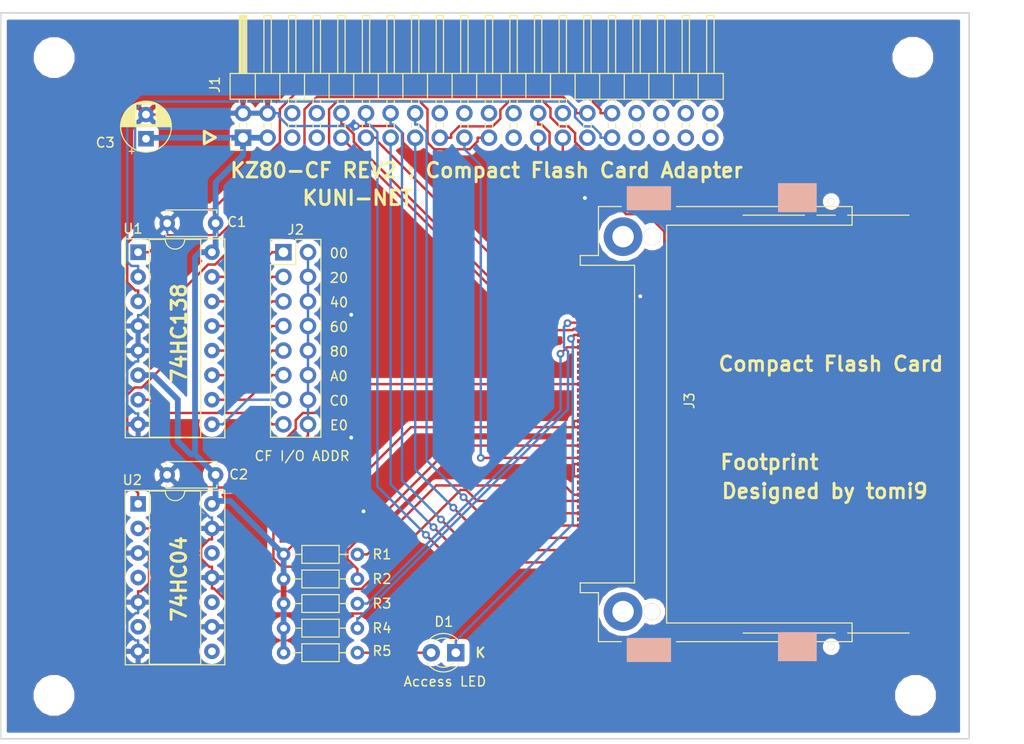
<source format=kicad_pcb>
(kicad_pcb (version 20171130) (host pcbnew "(5.0.0-3-g5ebb6b6)")
  (layers (0 F.Cu signal) (31 B.Cu signal) (34 B.Paste user) (35 F.Paste user) (36 B.SilkS user) (37 F.SilkS user) (38 B.Mask user) (39 F.Mask user) (44 Edge.Cuts user))
  (net 0 "")
  (net 1 VCC)
  (net 2 GND)
  (net 3 /~DASP)
  (net 4 "Net-(D1-Pad2)")
  (net 5 /A1)
  (net 6 /A2)
  (net 7 /D0)
  (net 8 /D1)
  (net 9 /D2)
  (net 10 /D3)
  (net 11 /D4)
  (net 12 /D5)
  (net 13 /D6)
  (net 14 /D7)
  (net 15 ~IORD)
  (net 16 ~IOWR)
  (net 17 /RES)
  (net 18 /A0)
  (net 19 "Net-(J2-Pad1)")
  (net 20 /~CS0)
  (net 21 "Net-(J2-Pad3)")
  (net 22 "Net-(J2-Pad5)")
  (net 23 "Net-(J2-Pad7)")
  (net 24 "Net-(J2-Pad9)")
  (net 25 "Net-(J2-Pad11)")
  (net 26 "Net-(J2-Pad13)")
  (net 27 "Net-(J2-Pad15)")
  (net 28 /D12)
  (net 29 /~CS1)
  (net 30 /~WE)
  (net 31 ~RESET)
  (net 32 /~DMACK)
  (net 33 /~PDIAG)
  (net 34 /A5)
  (net 35 /A6)
  (net 36 /A7)
  (net 37 /~CD1)
  (net 38 /D11)
  (net 39 /D14)
  (net 40 /D15)
  (net 41 /VS1)
  (net 42 /INTRQ)
  (net 43 /VS2)
  (net 44 /IORDY)
  (net 45 /DMREQ)
  (net 46 /D8)
  (net 47 /D9)
  (net 48 /~IOCS16)
  (net 49 /D10)
  (net 50 /~CD2)
  (net 51 /D13)
  (module Connector_PinHeader_2.54mm:PinHeader_2x08_P2.54mm_Vertical (layer F.Cu) (at 128.19 68.73)
    (fp_text reference J2 (at 1.27 -2.33) (layer F.SilkS))
    (fp_text value "I/O ADDR JP")
    (pad 1 thru_hole rect (at 0 0) (size 1.7 1.7) (drill 1) (layers *.Cu *.Mask) (net 19 "Net-(J2-Pad1)"))
    (pad 2 thru_hole oval (at 2.54 0) (size 1.7 1.7) (drill 1) (layers *.Cu *.Mask) (net 20 /~CS0))
    (pad 3 thru_hole oval (at 0 2.54) (size 1.7 1.7) (drill 1) (layers *.Cu *.Mask) (net 21 "Net-(J2-Pad3)"))
    (pad 4 thru_hole oval (at 2.54 2.54) (size 1.7 1.7) (drill 1) (layers *.Cu *.Mask) (net 20 /~CS0))
    (pad 5 thru_hole oval (at 0 5.08) (size 1.7 1.7) (drill 1) (layers *.Cu *.Mask) (net 22 "Net-(J2-Pad5)"))
    (pad 6 thru_hole oval (at 2.54 5.08) (size 1.7 1.7) (drill 1) (layers *.Cu *.Mask) (net 20 /~CS0))
    (pad 7 thru_hole oval (at 0 7.62) (size 1.7 1.7) (drill 1) (layers *.Cu *.Mask) (net 23 "Net-(J2-Pad7)"))
    (pad 8 thru_hole oval (at 2.54 7.62) (size 1.7 1.7) (drill 1) (layers *.Cu *.Mask) (net 20 /~CS0))
    (pad 9 thru_hole oval (at 0 10.16) (size 1.7 1.7) (drill 1) (layers *.Cu *.Mask) (net 24 "Net-(J2-Pad9)"))
    (pad 10 thru_hole oval (at 2.54 10.16) (size 1.7 1.7) (drill 1) (layers *.Cu *.Mask) (net 20 /~CS0))
    (pad 11 thru_hole oval (at 0 12.7) (size 1.7 1.7) (drill 1) (layers *.Cu *.Mask) (net 25 "Net-(J2-Pad11)"))
    (pad 12 thru_hole oval (at 2.54 12.7) (size 1.7 1.7) (drill 1) (layers *.Cu *.Mask) (net 20 /~CS0))
    (pad 13 thru_hole oval (at 0 15.24) (size 1.7 1.7) (drill 1) (layers *.Cu *.Mask) (net 26 "Net-(J2-Pad13)"))
    (pad 14 thru_hole oval (at 2.54 15.24) (size 1.7 1.7) (drill 1) (layers *.Cu *.Mask) (net 20 /~CS0))
    (pad 15 thru_hole oval (at 0 17.78) (size 1.7 1.7) (drill 1) (layers *.Cu *.Mask) (net 27 "Net-(J2-Pad15)"))
    (pad 16 thru_hole oval (at 2.54 17.78) (size 1.7 1.7) (drill 1) (layers *.Cu *.Mask) (net 20 /~CS0))
  )
  (module LED_THT:LED_D3.0mm (layer F.Cu) (at 145.99 110.11 180)
    (fp_text reference D1 (at 1.23 3.2 180) (layer F.SilkS))
    (fp_text value LED)
    (pad 1 thru_hole rect (at 0 0 180) (size 1.8 1.8) (drill 0.9) (layers *.Cu *.Mask) (net 3 /~DASP))
    (pad 2 thru_hole circle (at 2.54 0 180) (size 1.8 1.8) (drill 0.9) (layers *.Cu *.Mask) (net 4 "Net-(D1-Pad2)"))
  )
  (module MountingHole:MountingHole_3.2mm_M3 (layer F.Cu) (at 193.46 114.52)
    (fp_text reference MH4 hide)
    (fp_text value MountingHole)
    (pad 1 np_thru_hole circle (at 0 0) (size 3.2 3.2) (drill 3.2) (layers *.Cu *.Mask))
  )
  (module MountingHole:MountingHole_3.2mm_M3 (layer F.Cu) (at 104.5 114.52)
    (fp_text reference MH3 hide)
    (fp_text value MountingHole)
    (pad 1 np_thru_hole circle (at 0 0) (size 3.2 3.2) (drill 3.2) (layers *.Cu *.Mask))
  )
  (module MountingHole:MountingHole_3.2mm_M3 (layer F.Cu) (at 193.19 48.58)
    (fp_text reference MH2 hide)
    (fp_text value MountingHole)
    (pad 1 np_thru_hole circle (at 0 0) (size 3.2 3.2) (drill 3.2) (layers *.Cu *.Mask))
  )
  (module MountingHole:MountingHole_3.2mm_M3 (layer F.Cu) (at 104.51 48.61)
    (fp_text reference MH1 hide)
    (fp_text value MountingHole)
    (pad 1 np_thru_hole circle (at 0 0) (size 3.2 3.2) (drill 3.2) (layers *.Cu *.Mask))
  )
  (module Capacitor_THT:C_Disc_D5.0mm_W2.5mm_P5.00mm (layer F.Cu) (at 121.19 65.73 180)
    (fp_text reference C1 (at -2.194 0.1335 180) (layer F.SilkS))
    (fp_text value 0.1u)
    (pad 1 thru_hole circle (at 0 0 180) (size 1.6 1.6) (drill 0.8) (layers *.Cu *.Mask) (net 1 VCC))
    (pad 2 thru_hole circle (at 5 0 180) (size 1.6 1.6) (drill 0.8) (layers *.Cu *.Mask) (net 2 GND))
  )
  (module Capacitor_THT:C_Disc_D5.0mm_W2.5mm_P5.00mm (layer F.Cu) (at 121.19 91.73 180)
    (fp_text reference C2 (at -2.3845 0.035 180) (layer F.SilkS))
    (fp_text value 0.1u)
    (pad 2 thru_hole circle (at 5 0 180) (size 1.6 1.6) (drill 0.8) (layers *.Cu *.Mask) (net 2 GND))
    (pad 1 thru_hole circle (at 0 0 180) (size 1.6 1.6) (drill 0.8) (layers *.Cu *.Mask) (net 1 VCC))
  )
  (module Capacitor_THT:CP_Radial_D5.0mm_P2.50mm (layer F.Cu) (at 114 57 90)
    (fp_text reference C3 (at -0.405 -4.205 180) (layer F.SilkS))
    (fp_text value 10u)
    (pad 1 thru_hole rect (at 0 0 90) (size 1.6 1.6) (drill 0.8) (layers *.Cu *.Mask) (net 1 VCC))
    (pad 2 thru_hole circle (at 2.5 0 90) (size 1.6 1.6) (drill 0.8) (layers *.Cu *.Mask) (net 2 GND))
  )
  (module Resistor_THT:R_Axial_DIN0204_L3.6mm_D1.6mm_P7.62mm_Horizontal (layer F.Cu) (at 128.21 99.95)
    (fp_text reference R1 (at 10.16 0) (layer F.SilkS))
    (fp_text value 1k)
    (pad 1 thru_hole circle (at 0 0) (size 1.4 1.4) (drill 0.7) (layers *.Cu *.Mask) (net 1 VCC))
    (pad 2 thru_hole oval (at 7.62 0) (size 1.4 1.4) (drill 0.7) (layers *.Cu *.Mask) (net 29 /~CS1))
  )
  (module Resistor_THT:R_Axial_DIN0204_L3.6mm_D1.6mm_P7.62mm_Horizontal (layer F.Cu) (at 128.21 102.49)
    (fp_text reference R2 (at 10.16 0) (layer F.SilkS))
    (fp_text value 1k)
    (pad 2 thru_hole oval (at 7.62 0) (size 1.4 1.4) (drill 0.7) (layers *.Cu *.Mask) (net 30 /~WE))
    (pad 1 thru_hole circle (at 0 0) (size 1.4 1.4) (drill 0.7) (layers *.Cu *.Mask) (net 1 VCC))
  )
  (module Resistor_THT:R_Axial_DIN0204_L3.6mm_D1.6mm_P7.62mm_Horizontal (layer F.Cu) (at 128.21 105.03)
    (fp_text reference R3 (at 10.16 0) (layer F.SilkS))
    (fp_text value 1k)
    (pad 1 thru_hole circle (at 0 0) (size 1.4 1.4) (drill 0.7) (layers *.Cu *.Mask) (net 1 VCC))
    (pad 2 thru_hole oval (at 7.62 0) (size 1.4 1.4) (drill 0.7) (layers *.Cu *.Mask) (net 32 /~DMACK))
  )
  (module Resistor_THT:R_Axial_DIN0204_L3.6mm_D1.6mm_P7.62mm_Horizontal (layer F.Cu) (at 128.21 107.57)
    (fp_text reference R4 (at 10.16 0) (layer F.SilkS))
    (fp_text value 1k)
    (pad 2 thru_hole oval (at 7.62 0) (size 1.4 1.4) (drill 0.7) (layers *.Cu *.Mask) (net 33 /~PDIAG))
    (pad 1 thru_hole circle (at 0 0) (size 1.4 1.4) (drill 0.7) (layers *.Cu *.Mask) (net 1 VCC))
  )
  (module Resistor_THT:R_Axial_DIN0204_L3.6mm_D1.6mm_P7.62mm_Horizontal (layer F.Cu) (at 128.21 110.11)
    (fp_text reference R5 (at 10.16 -0.18) (layer F.SilkS))
    (fp_text value 1k)
    (pad 1 thru_hole circle (at 0 0) (size 1.4 1.4) (drill 0.7) (layers *.Cu *.Mask) (net 1 VCC))
    (pad 2 thru_hole oval (at 7.62 0) (size 1.4 1.4) (drill 0.7) (layers *.Cu *.Mask) (net 4 "Net-(D1-Pad2)"))
  )
  (module Package_DIP:DIP-16_W7.62mm_Socket (layer F.Cu) (at 113.19 68.73)
    (fp_text reference U1 (at -0.5375 -2.435) (layer F.SilkS))
    (fp_text value 74HC138)
    (pad 1 thru_hole rect (at 0 0) (size 1.6 1.6) (drill 0.8) (layers *.Cu *.Mask) (net 34 /A5))
    (pad 9 thru_hole oval (at 7.62 17.78) (size 1.6 1.6) (drill 0.8) (layers *.Cu *.Mask) (net 26 "Net-(J2-Pad13)"))
    (pad 2 thru_hole oval (at 0 2.54) (size 1.6 1.6) (drill 0.8) (layers *.Cu *.Mask) (net 35 /A6))
    (pad 10 thru_hole oval (at 7.62 15.24) (size 1.6 1.6) (drill 0.8) (layers *.Cu *.Mask) (net 25 "Net-(J2-Pad11)"))
    (pad 3 thru_hole oval (at 0 5.08) (size 1.6 1.6) (drill 0.8) (layers *.Cu *.Mask) (net 36 /A7))
    (pad 11 thru_hole oval (at 7.62 12.7) (size 1.6 1.6) (drill 0.8) (layers *.Cu *.Mask) (net 24 "Net-(J2-Pad9)"))
    (pad 4 thru_hole oval (at 0 7.62) (size 1.6 1.6) (drill 0.8) (layers *.Cu *.Mask) (net 2 GND))
    (pad 12 thru_hole oval (at 7.62 10.16) (size 1.6 1.6) (drill 0.8) (layers *.Cu *.Mask) (net 23 "Net-(J2-Pad7)"))
    (pad 5 thru_hole oval (at 0 10.16) (size 1.6 1.6) (drill 0.8) (layers *.Cu *.Mask) (net 2 GND))
    (pad 13 thru_hole oval (at 7.62 7.62) (size 1.6 1.6) (drill 0.8) (layers *.Cu *.Mask) (net 22 "Net-(J2-Pad5)"))
    (pad 6 thru_hole oval (at 0 12.7) (size 1.6 1.6) (drill 0.8) (layers *.Cu *.Mask) (net 1 VCC))
    (pad 14 thru_hole oval (at 7.62 5.08) (size 1.6 1.6) (drill 0.8) (layers *.Cu *.Mask) (net 21 "Net-(J2-Pad3)"))
    (pad 7 thru_hole oval (at 0 15.24) (size 1.6 1.6) (drill 0.8) (layers *.Cu *.Mask) (net 27 "Net-(J2-Pad15)"))
    (pad 15 thru_hole oval (at 7.62 2.54) (size 1.6 1.6) (drill 0.8) (layers *.Cu *.Mask) (net 19 "Net-(J2-Pad1)"))
    (pad 8 thru_hole oval (at 0 17.78) (size 1.6 1.6) (drill 0.8) (layers *.Cu *.Mask) (net 2 GND))
    (pad 16 thru_hole oval (at 7.62 0) (size 1.6 1.6) (drill 0.8) (layers *.Cu *.Mask) (net 1 VCC))
  )
  (module Package_DIP:DIP-14_W7.62mm_Socket (layer F.Cu) (at 113.19 94.73)
    (fp_text reference U2 (at -0.601 -2.4635) (layer F.SilkS))
    (fp_text value 74HC04)
    (pad 1 thru_hole rect (at 0 0) (size 1.6 1.6) (drill 0.8) (layers *.Cu *.Mask) (net 17 /RES))
    (pad 8 thru_hole oval (at 7.62 15.24) (size 1.6 1.6) (drill 0.8) (layers *.Cu *.Mask))
    (pad 2 thru_hole oval (at 0 2.54) (size 1.6 1.6) (drill 0.8) (layers *.Cu *.Mask) (net 31 ~RESET))
    (pad 9 thru_hole oval (at 7.62 12.7) (size 1.6 1.6) (drill 0.8) (layers *.Cu *.Mask) (net 2 GND))
    (pad 3 thru_hole oval (at 0 5.08) (size 1.6 1.6) (drill 0.8) (layers *.Cu *.Mask) (net 2 GND))
    (pad 10 thru_hole oval (at 7.62 10.16) (size 1.6 1.6) (drill 0.8) (layers *.Cu *.Mask))
    (pad 4 thru_hole oval (at 0 7.62) (size 1.6 1.6) (drill 0.8) (layers *.Cu *.Mask))
    (pad 11 thru_hole oval (at 7.62 7.62) (size 1.6 1.6) (drill 0.8) (layers *.Cu *.Mask) (net 2 GND))
    (pad 5 thru_hole oval (at 0 10.16) (size 1.6 1.6) (drill 0.8) (layers *.Cu *.Mask) (net 2 GND))
    (pad 12 thru_hole oval (at 7.62 5.08) (size 1.6 1.6) (drill 0.8) (layers *.Cu *.Mask))
    (pad 6 thru_hole oval (at 0 12.7) (size 1.6 1.6) (drill 0.8) (layers *.Cu *.Mask))
    (pad 13 thru_hole oval (at 7.62 2.54) (size 1.6 1.6) (drill 0.8) (layers *.Cu *.Mask) (net 2 GND))
    (pad 7 thru_hole oval (at 0 15.24) (size 1.6 1.6) (drill 0.8) (layers *.Cu *.Mask) (net 2 GND))
    (pad 14 thru_hole oval (at 7.62 0) (size 1.6 1.6) (drill 0.8) (layers *.Cu *.Mask) (net 1 VCC))
  )
  (module Connector_PinHeader_2.54mm:PinHeader_2x20_P2.54mm_Horizontal (layer F.Cu) (at 124.019 56.897 90)
    (fp_text reference J1 (at 5.487 -2.909 90) (layer F.SilkS))
    (fp_text value Conn_02x20_Odd_Even)
    (pad 1 thru_hole rect (at 0 0 90) (size 1.7 1.7) (drill 1) (layers *.Cu *.Mask) (net 1 VCC))
    (pad 2 thru_hole oval (at 2.54 0 90) (size 1.7 1.7) (drill 1) (layers *.Cu *.Mask) (net 2 GND))
    (pad 3 thru_hole oval (at 0 2.54 90) (size 1.7 1.7) (drill 1) (layers *.Cu *.Mask) (net 1 VCC))
    (pad 4 thru_hole oval (at 2.54 2.54 90) (size 1.7 1.7) (drill 1) (layers *.Cu *.Mask) (net 2 GND))
    (pad 5 thru_hole oval (at 0 5.08 90) (size 1.7 1.7) (drill 1) (layers *.Cu *.Mask))
    (pad 6 thru_hole oval (at 2.54 5.08 90) (size 1.7 1.7) (drill 1) (layers *.Cu *.Mask))
    (pad 7 thru_hole oval (at 0 7.62 90) (size 1.7 1.7) (drill 1) (layers *.Cu *.Mask))
    (pad 8 thru_hole oval (at 2.54 7.62 90) (size 1.7 1.7) (drill 1) (layers *.Cu *.Mask))
    (pad 9 thru_hole oval (at 0 10.16 90) (size 1.7 1.7) (drill 1) (layers *.Cu *.Mask) (net 7 /D0))
    (pad 10 thru_hole oval (at 2.54 10.16 90) (size 1.7 1.7) (drill 1) (layers *.Cu *.Mask) (net 8 /D1))
    (pad 11 thru_hole oval (at 0 12.7 90) (size 1.7 1.7) (drill 1) (layers *.Cu *.Mask) (net 9 /D2))
    (pad 12 thru_hole oval (at 2.54 12.7 90) (size 1.7 1.7) (drill 1) (layers *.Cu *.Mask) (net 10 /D3))
    (pad 13 thru_hole oval (at 0 15.24 90) (size 1.7 1.7) (drill 1) (layers *.Cu *.Mask) (net 11 /D4))
    (pad 14 thru_hole oval (at 2.54 15.24 90) (size 1.7 1.7) (drill 1) (layers *.Cu *.Mask) (net 12 /D5))
    (pad 15 thru_hole oval (at 0 17.78 90) (size 1.7 1.7) (drill 1) (layers *.Cu *.Mask) (net 13 /D6))
    (pad 16 thru_hole oval (at 2.54 17.78 90) (size 1.7 1.7) (drill 1) (layers *.Cu *.Mask) (net 14 /D7))
    (pad 17 thru_hole oval (at 0 20.32 90) (size 1.7 1.7) (drill 1) (layers *.Cu *.Mask) (net 15 ~IORD))
    (pad 18 thru_hole oval (at 2.54 20.32 90) (size 1.7 1.7) (drill 1) (layers *.Cu *.Mask))
    (pad 19 thru_hole oval (at 0 22.86 90) (size 1.7 1.7) (drill 1) (layers *.Cu *.Mask) (net 16 ~IOWR))
    (pad 20 thru_hole oval (at 2.54 22.86 90) (size 1.7 1.7) (drill 1) (layers *.Cu *.Mask))
    (pad 21 thru_hole oval (at 0 25.4 90) (size 1.7 1.7) (drill 1) (layers *.Cu *.Mask) (net 17 /RES))
    (pad 22 thru_hole oval (at 2.54 25.4 90) (size 1.7 1.7) (drill 1) (layers *.Cu *.Mask))
    (pad 23 thru_hole oval (at 0 27.94 90) (size 1.7 1.7) (drill 1) (layers *.Cu *.Mask))
    (pad 24 thru_hole oval (at 2.54 27.94 90) (size 1.7 1.7) (drill 1) (layers *.Cu *.Mask))
    (pad 25 thru_hole oval (at 0 30.48 90) (size 1.7 1.7) (drill 1) (layers *.Cu *.Mask) (net 18 /A0))
    (pad 26 thru_hole oval (at 2.54 30.48 90) (size 1.7 1.7) (drill 1) (layers *.Cu *.Mask) (net 5 /A1))
    (pad 27 thru_hole oval (at 0 33.02 90) (size 1.7 1.7) (drill 1) (layers *.Cu *.Mask) (net 6 /A2))
    (pad 28 thru_hole oval (at 2.54 33.02 90) (size 1.7 1.7) (drill 1) (layers *.Cu *.Mask))
    (pad 29 thru_hole oval (at 0 35.56 90) (size 1.7 1.7) (drill 1) (layers *.Cu *.Mask))
    (pad 30 thru_hole oval (at 2.54 35.56 90) (size 1.7 1.7) (drill 1) (layers *.Cu *.Mask) (net 34 /A5))
    (pad 31 thru_hole oval (at 0 38.1 90) (size 1.7 1.7) (drill 1) (layers *.Cu *.Mask) (net 35 /A6))
    (pad 32 thru_hole oval (at 2.54 38.1 90) (size 1.7 1.7) (drill 1) (layers *.Cu *.Mask) (net 36 /A7))
    (pad 33 thru_hole oval (at 0 40.64 90) (size 1.7 1.7) (drill 1) (layers *.Cu *.Mask))
    (pad 34 thru_hole oval (at 2.54 40.64 90) (size 1.7 1.7) (drill 1) (layers *.Cu *.Mask))
    (pad 35 thru_hole oval (at 0 43.18 90) (size 1.7 1.7) (drill 1) (layers *.Cu *.Mask))
    (pad 36 thru_hole oval (at 2.54 43.18 90) (size 1.7 1.7) (drill 1) (layers *.Cu *.Mask))
    (pad 37 thru_hole oval (at 0 45.72 90) (size 1.7 1.7) (drill 1) (layers *.Cu *.Mask))
    (pad 38 thru_hole oval (at 2.54 45.72 90) (size 1.7 1.7) (drill 1) (layers *.Cu *.Mask))
    (pad 39 thru_hole oval (at 0 48.26 90) (size 1.7 1.7) (drill 1) (layers *.Cu *.Mask))
    (pad 40 thru_hole oval (at 2.54 48.26 90) (size 1.7 1.7) (drill 1) (layers *.Cu *.Mask))
  )
  (module Connector:CF-50P (layer F.Cu) (at 163.262 86.488 90)
    (fp_text reference J3 (at 2.413 6.858 90) (layer F.SilkS))
    (fp_text value "CF Card Conn")
    (pad "" thru_hole circle (at -23 21.5 90) (size 0.7 0.7) (drill 0.7) (layers *.Cu *.Mask))
    (pad "" thru_hole circle (at 23 21.5 90) (size 0.7 0.7) (drill 0.7) (layers *.Cu *.Mask))
    (pad "" smd rect (at -23 18 90) (size 3 4) (layers F.Cu F.Paste B.SilkS F.Mask))
    (pad "" smd rect (at 23.4 18 90) (size 3 4) (layers F.Cu F.Paste B.SilkS F.Mask))
    (pad 50 smd rect (at 15.56 -3 90) (size 0.41 3.51) (layers F.Cu F.Paste F.Mask) (net 2 GND))
    (pad 25 smd rect (at 14.92 -3 90) (size 0.41 3.51) (layers F.Cu F.Paste F.Mask) (net 50 /~CD2))
    (pad 49 smd rect (at 14.29 -3 90) (size 0.41 3.51) (layers F.Cu F.Paste F.Mask) (net 49 /D10))
    (pad 24 smd rect (at 13.65 -3 90) (size 0.41 3.51) (layers F.Cu F.Paste F.Mask) (net 48 /~IOCS16))
    (pad 48 smd rect (at 13.02 -3 90) (size 0.41 3.51) (layers F.Cu F.Paste F.Mask) (net 47 /D9))
    (pad 23 smd rect (at 12.38 -3 90) (size 0.41 3.51) (layers F.Cu F.Paste F.Mask) (net 9 /D2))
    (pad 47 smd rect (at 11.75 -3 90) (size 0.41 3.51) (layers F.Cu F.Paste F.Mask) (net 46 /D8))
    (pad 22 smd rect (at 11.11 -3 90) (size 0.41 3.51) (layers F.Cu F.Paste F.Mask) (net 8 /D1))
    (pad 46 smd rect (at 10.48 -3 90) (size 0.41 3.51) (layers F.Cu F.Paste F.Mask) (net 33 /~PDIAG))
    (pad 21 smd rect (at 9.84 -3 90) (size 0.41 3.51) (layers F.Cu F.Paste F.Mask) (net 7 /D0))
    (pad 45 smd rect (at 9.21 -3 90) (size 0.41 3.51) (layers F.Cu F.Paste F.Mask) (net 3 /~DASP))
    (pad 20 smd rect (at 8.57 -3 90) (size 0.41 3.51) (layers F.Cu F.Paste F.Mask) (net 18 /A0))
    (pad 44 smd rect (at 7.94 -3 90) (size 0.41 3.51) (layers F.Cu F.Paste F.Mask) (net 32 /~DMACK))
    (pad 19 smd rect (at 7.3 -3 90) (size 0.41 3.51) (layers F.Cu F.Paste F.Mask) (net 5 /A1))
    (pad 43 smd rect (at 6.67 -3 90) (size 0.41 3.51) (layers F.Cu F.Paste F.Mask) (net 45 /DMREQ))
    (pad 18 smd rect (at 6.03 -3 90) (size 0.41 3.51) (layers F.Cu F.Paste F.Mask) (net 6 /A2))
    (pad 42 smd rect (at 5.4 -3 90) (size 0.41 3.51) (layers F.Cu F.Paste F.Mask) (net 44 /IORDY))
    (pad 17 smd rect (at 4.76 -3 90) (size 0.41 3.51) (layers F.Cu F.Paste F.Mask) (net 2 GND))
    (pad 41 smd rect (at 4.13 -3 90) (size 0.41 3.51) (layers F.Cu F.Paste F.Mask) (net 31 ~RESET))
    (pad 16 smd rect (at 3.49 -3 90) (size 0.41 3.51) (layers F.Cu F.Paste F.Mask) (net 2 GND))
    (pad 40 smd rect (at 2.86 -3 90) (size 0.41 3.51) (layers F.Cu F.Paste F.Mask) (net 43 /VS2))
    (pad 15 smd rect (at 2.22 -3 90) (size 0.41 3.51) (layers F.Cu F.Paste F.Mask) (net 2 GND))
    (pad 39 smd rect (at 1.59 -3 90) (size 0.41 3.51) (layers F.Cu F.Paste F.Mask) (net 2 GND))
    (pad 14 smd rect (at 0.95 -3 90) (size 0.41 3.51) (layers F.Cu F.Paste F.Mask) (net 2 GND))
    (pad 38 smd rect (at 0.32 -3 90) (size 0.41 3.51) (layers F.Cu F.Paste F.Mask) (net 1 VCC))
    (pad 13 smd rect (at -0.32 -3 90) (size 0.41 3.51) (layers F.Cu F.Paste F.Mask) (net 1 VCC))
    (pad 37 smd rect (at -0.95 -3 90) (size 0.41 3.51) (layers F.Cu F.Paste F.Mask) (net 42 /INTRQ))
    (pad 12 smd rect (at -1.59 -3 90) (size 0.41 3.51) (layers F.Cu F.Paste F.Mask) (net 2 GND))
    (pad 36 smd rect (at -2.22 -3 90) (size 0.41 3.51) (layers F.Cu F.Paste F.Mask) (net 30 /~WE))
    (pad 11 smd rect (at -2.86 -3 90) (size 0.41 3.51) (layers F.Cu F.Paste F.Mask) (net 2 GND))
    (pad 35 smd rect (at -3.49 -3 90) (size 0.41 3.51) (layers F.Cu F.Paste F.Mask) (net 16 ~IOWR))
    (pad 10 smd rect (at -4.13 -3 90) (size 0.41 3.51) (layers F.Cu F.Paste F.Mask) (net 2 GND))
    (pad 34 smd rect (at -4.76 -3 90) (size 0.41 3.51) (layers F.Cu F.Paste F.Mask) (net 15 ~IORD))
    (pad 9 smd rect (at -5.4 -3 90) (size 0.41 3.51) (layers F.Cu F.Paste F.Mask) (net 2 GND))
    (pad 33 smd rect (at -6.03 -3 90) (size 0.41 3.51) (layers F.Cu F.Paste F.Mask) (net 41 /VS1))
    (pad 8 smd rect (at -6.67 -3 90) (size 0.41 3.51) (layers F.Cu F.Paste F.Mask) (net 2 GND))
    (pad 32 smd rect (at -7.3 -3 90) (size 0.41 3.51) (layers F.Cu F.Paste F.Mask) (net 29 /~CS1))
    (pad 7 smd rect (at -7.94 -3 90) (size 0.41 3.51) (layers F.Cu F.Paste F.Mask) (net 20 /~CS0))
    (pad 31 smd rect (at -8.57 -3 90) (size 0.41 3.51) (layers F.Cu F.Paste F.Mask) (net 40 /D15))
    (pad 6 smd rect (at -9.21 -3 90) (size 0.41 3.51) (layers F.Cu F.Paste F.Mask) (net 14 /D7))
    (pad 30 smd rect (at -9.84 -3 90) (size 0.41 3.51) (layers F.Cu F.Paste F.Mask) (net 39 /D14))
    (pad 5 smd rect (at -10.48 -3 90) (size 0.41 3.51) (layers F.Cu F.Paste F.Mask) (net 13 /D6))
    (pad 29 smd rect (at -11.11 -3 90) (size 0.41 3.51) (layers F.Cu F.Paste F.Mask) (net 51 /D13))
    (pad 4 smd rect (at -11.75 -3 90) (size 0.41 3.51) (layers F.Cu F.Paste F.Mask) (net 12 /D5))
    (pad 28 smd rect (at -12.38 -3 90) (size 0.41 3.51) (layers F.Cu F.Paste F.Mask) (net 28 /D12))
    (pad 3 smd rect (at -13.02 -3 90) (size 0.41 3.51) (layers F.Cu F.Paste F.Mask) (net 11 /D4))
    (pad 27 smd rect (at -13.65 -3 90) (size 0.41 3.51) (layers F.Cu F.Paste F.Mask) (net 38 /D11))
    (pad 2 smd rect (at -14.29 -3 90) (size 0.41 3.51) (layers F.Cu F.Paste F.Mask) (net 10 /D3))
    (pad 26 smd rect (at -14.92 -3 90) (size 0.41 3.51) (layers F.Cu F.Paste F.Mask) (net 37 /~CD1))
    (pad 1 smd rect (at -15.56 -3 90) (size 0.41 3.51) (layers F.Cu F.Paste F.Mask) (net 2 GND))
    (pad "" thru_hole circle (at -19.37 0 90) (size 3.99 3.99) (drill 2.21) (layers *.Cu *.Mask))
    (pad "" thru_hole circle (at 19.37 0 90) (size 3.99 3.99) (drill 2.21) (layers *.Cu *.Mask))
    (pad "" thru_hole circle (at -19.37 3 90) (size 1.7 1.7) (drill 1.7) (layers *.Cu *.Mask))
    (pad "" thru_hole circle (at 19.37 3 90) (size 1.8 1.8) (drill 1.8) (layers *.Cu *.Mask))
    (pad "" smd rect (at 23.34 2.67 90) (size 2.49 4.57) (layers F.Cu F.Paste B.SilkS F.Mask))
    (pad "" smd rect (at -23.34 2.67 90) (size 2.49 4.57) (layers F.Cu F.Paste B.SilkS F.Mask))
  )
  (gr_text KUNI-NET (at 135.83 63.12) (layer F.SilkS) (effects (font (size 1.5 1.5) (thickness 0.3))))
  (gr_text "CF I/O ADDR" (at 130.115 89.79) (layer F.SilkS) (effects (font (size 1 1))))
  (gr_text "Designed by tomi9" (at 184.09 93.42) (layer F.SilkS) (effects (font (size 1.5 1.5) (thickness 0.3))))
  (gr_text Footprint (at 178.375 90.425) (layer F.SilkS) (effects (font (size 1.5 1.5) (thickness 0.3))))
  (gr_text K (at 148.53 110.11) (layer F.SilkS) (effects (font (size 1 1) (thickness 0.2))))
  (gr_text "Access LED" (at 144.87 113.09) (layer F.SilkS) (effects (font (size 1 1))))
  (gr_text "KZ80-CF REV2 : Compact Flash Card Adapter" (at 149.165 60.27) (layer F.SilkS) (effects (font (size 1.5 1.5) (thickness 0.3))))
  (gr_text "Compact Flash Card" (at 184.725 80.265) (layer F.SilkS) (effects (font (size 1.5 1.5) (thickness 0.3))))
  (gr_text ▷ (at 120.59 56.77) (layer F.SilkS) (effects (font (size 1.5 1.5) (thickness 0.3))))
  (gr_text 74HC138 (at 117.415 77.09 90) (layer F.SilkS) (effects (font (size 1.5 1.5) (thickness 0.3))))
  (gr_text 74HC04 (at 117.415 102.49 90) (layer F.SilkS) (effects (font (size 1.5 1.5) (thickness 0.3))))
  (gr_text E0 (at 133.925 86.615) (layer F.SilkS) (effects (font (size 1 1))))
  (gr_text C0 (at 133.925 84.075) (layer F.SilkS) (effects (font (size 1 1))))
  (gr_text A0 (at 133.925 81.535) (layer F.SilkS) (effects (font (size 1 1))))
  (gr_text 80 (at 133.925 78.995) (layer F.SilkS) (effects (font (size 1 1))))
  (gr_text 60 (at 133.925 76.455) (layer F.SilkS) (effects (font (size 1 1))))
  (gr_text 40 (at 133.925 73.915) (layer F.SilkS) (effects (font (size 1 1))))
  (gr_text 20 (at 133.925 71.375) (layer F.SilkS) (effects (font (size 1 1))))
  (gr_text 00 (at 133.925 68.835) (layer F.SilkS) (effects (font (size 1 1))))
  (gr_line (start 99 44) (end 99 119) (layer Edge.Cuts) (width 0.15))
  (gr_line (start 199 119) (end 99 119) (layer Edge.Cuts) (width 0.15))
  (gr_line (start 199 44) (end 199 119) (layer Edge.Cuts) (width 0.15))
  (gr_line (start 99 44) (end 199 44) (layer Edge.Cuts) (width 0.15))
  (segment (start 158.1817 86.808) (end 160.262 86.808) (width 0.25) (layer F.Cu) (net 1))
  (segment (start 128.21 99.95) (end 141.352 86.808) (width 0.25) (layer F.Cu) (net 1))
  (segment (start 141.352 86.808) (end 158.1817 86.808) (width 0.25) (layer F.Cu) (net 1))
  (segment (start 158.1817 86.808) (end 158.1817 86.168) (width 0.25) (layer F.Cu) (net 1))
  (segment (start 160.262 86.168) (end 158.1817 86.168) (width 0.25) (layer F.Cu) (net 1))
  (segment (start 121.1126 94.4274) (end 122.6874 94.4274) (width 0.6) (layer B.Cu) (net 1))
  (segment (start 122.6874 94.4274) (end 128.21 99.95) (width 0.6) (layer B.Cu) (net 1))
  (segment (start 121.1126 94.4274) (end 120.81 94.73) (width 0.25) (layer B.Cu) (net 1))
  (segment (start 121.19 94.35) (end 121.1126 94.4274) (width 0.25) (layer B.Cu) (net 1))
  (segment (start 128.21 99.95) (end 128.21 102.49) (width 0.6) (layer B.Cu) (net 1))
  (segment (start 128.21 105.03) (end 128.21 102.49) (width 0.6) (layer F.Cu) (net 1))
  (segment (start 128.21 107.57) (end 128.21 105.03) (width 0.6) (layer B.Cu) (net 1))
  (segment (start 128.21 110.11) (end 128.21 107.57) (width 0.6) (layer B.Cu) (net 1))
  (segment (start 121.19 91.73) (end 121.19 94.35) (width 0.6) (layer B.Cu) (net 1))
  (segment (start 121.19 68.35) (end 121.19 68.362) (width 0.6) (layer B.Cu) (net 1))
  (segment (start 121.19 68.362) (end 120.844 68.708) (width 0.6) (layer B.Cu) (net 1))
  (segment (start 121.19 65.73) (end 121.19 68.35) (width 0.6) (layer B.Cu) (net 1))
  (segment (start 124.019 56.897) (end 126.559 56.897) (width 0.6) (layer B.Cu) (net 1))
  (segment (start 124.019 56.897) (end 114.103 56.897) (width 0.6) (layer B.Cu) (net 1))
  (segment (start 114.103 56.897) (end 114 57) (width 0.25) (layer B.Cu) (net 1))
  (segment (start 119.066 89.606) (end 118.628 89.606) (width 0.6) (layer B.Cu) (net 1))
  (segment (start 118.628 89.606) (end 117.288 88.266) (width 0.6) (layer B.Cu) (net 1))
  (segment (start 117.288 88.266) (end 117.288 83.948) (width 0.6) (layer B.Cu) (net 1))
  (segment (start 117.288 83.948) (end 114.77 81.43) (width 0.6) (layer B.Cu) (net 1))
  (segment (start 114.77 81.43) (end 113.19 81.43) (width 0.6) (layer B.Cu) (net 1))
  (segment (start 119.679 68.73) (end 119.657 68.708) (width 0.25) (layer B.Cu) (net 1))
  (segment (start 119.657 68.708) (end 119.574 68.708) (width 0.25) (layer B.Cu) (net 1))
  (segment (start 119.574 68.708) (end 119.066 69.216) (width 0.6) (layer B.Cu) (net 1))
  (segment (start 119.066 69.216) (end 119.066 89.606) (width 0.6) (layer B.Cu) (net 1))
  (segment (start 120.81 68.73) (end 119.679 68.73) (width 0.6) (layer B.Cu) (net 1))
  (segment (start 119.066 89.606) (end 121.19 91.73) (width 0.6) (layer B.Cu) (net 1))
  (segment (start 121.19 68.35) (end 120.81 68.73) (width 0.25) (layer B.Cu) (net 1))
  (segment (start 124.019 56.897) (end 124.019 58.675) (width 0.6) (layer B.Cu) (net 1))
  (segment (start 124.019 58.675) (end 121.19 61.504) (width 0.6) (layer B.Cu) (net 1))
  (segment (start 121.19 61.504) (end 121.19 65.73) (width 0.6) (layer B.Cu) (net 1))
  (segment (start 113.19 76.35) (end 113.19 75.2247) (width 0.25) (layer B.Cu) (net 2))
  (segment (start 113.19 75.2247) (end 113.4713 75.2247) (width 0.25) (layer B.Cu) (net 2))
  (segment (start 113.4713 75.2247) (end 116.19 72.506) (width 0.25) (layer B.Cu) (net 2))
  (segment (start 116.19 72.506) (end 116.19 65.73) (width 0.25) (layer B.Cu) (net 2))
  (segment (start 113.19 78.89) (end 113.19 76.35) (width 0.25) (layer B.Cu) (net 2))
  (segment (start 160.262 91.888) (end 162.3423 91.888) (width 0.25) (layer F.Cu) (net 2))
  (segment (start 162.3423 93.158) (end 162.3423 91.888) (width 0.25) (layer F.Cu) (net 2))
  (segment (start 162.3423 102.048) (end 162.3423 93.158) (width 0.25) (layer F.Cu) (net 2))
  (segment (start 162.3423 93.158) (end 162.2297 93.158) (width 0.25) (layer F.Cu) (net 2))
  (segment (start 122.8817 106.0597) (end 122.8817 105.3389) (width 0.25) (layer F.Cu) (net 2))
  (segment (start 122.8817 105.3389) (end 121.0181 103.4753) (width 0.25) (layer F.Cu) (net 2))
  (segment (start 121.0181 103.4753) (end 120.81 103.4753) (width 0.25) (layer F.Cu) (net 2))
  (segment (start 121.9353 107.43) (end 122.8817 106.4836) (width 0.25) (layer F.Cu) (net 2))
  (segment (start 122.8817 106.4836) (end 122.8817 106.0597) (width 0.25) (layer F.Cu) (net 2))
  (segment (start 158.1817 102.048) (end 154.17 106.0597) (width 0.25) (layer F.Cu) (net 2))
  (segment (start 154.17 106.0597) (end 122.8817 106.0597) (width 0.25) (layer F.Cu) (net 2))
  (segment (start 160.262 102.048) (end 158.1817 102.048) (width 0.25) (layer F.Cu) (net 2))
  (segment (start 160.7145 102.048) (end 160.262 102.048) (width 0.25) (layer F.Cu) (net 2))
  (segment (start 160.7145 102.048) (end 162.3423 102.048) (width 0.25) (layer F.Cu) (net 2))
  (segment (start 162.2297 81.728) (end 162.3423 81.8406) (width 0.25) (layer F.Cu) (net 2))
  (segment (start 162.3423 81.8406) (end 162.3423 82.998) (width 0.25) (layer F.Cu) (net 2))
  (segment (start 160.262 90.618) (end 158.1817 90.618) (width 0.25) (layer F.Cu) (net 2))
  (segment (start 160.262 91.888) (end 158.1817 91.888) (width 0.25) (layer F.Cu) (net 2))
  (segment (start 158.1817 91.888) (end 158.1817 90.618) (width 0.25) (layer F.Cu) (net 2))
  (segment (start 158.1817 70.928) (end 154.0851 70.928) (width 0.25) (layer F.Cu) (net 2))
  (segment (start 154.0851 70.928) (end 140.529 57.3719) (width 0.25) (layer F.Cu) (net 2))
  (segment (start 140.529 57.3719) (end 140.529 56.466) (width 0.25) (layer F.Cu) (net 2))
  (segment (start 140.529 56.466) (end 139.7487 55.6857) (width 0.25) (layer F.Cu) (net 2))
  (segment (start 139.7487 55.6857) (end 135.664 55.6857) (width 0.25) (layer F.Cu) (net 2))
  (segment (start 127.7343 54.357) (end 127.7343 54.7243) (width 0.25) (layer B.Cu) (net 2))
  (segment (start 127.7343 54.7243) (end 128.6957 55.6857) (width 0.25) (layer B.Cu) (net 2))
  (segment (start 128.6957 55.6857) (end 135.664 55.6857) (width 0.25) (layer B.Cu) (net 2))
  (segment (start 160.262 81.728) (end 162.2297 81.728) (width 0.25) (layer F.Cu) (net 2))
  (segment (start 160.262 93.158) (end 162.2297 93.158) (width 0.25) (layer F.Cu) (net 2))
  (segment (start 162.2297 90.618) (end 162.3423 90.5054) (width 0.25) (layer F.Cu) (net 2))
  (segment (start 162.3423 90.5054) (end 162.3423 89.348) (width 0.25) (layer F.Cu) (net 2))
  (segment (start 160.262 90.618) (end 162.2297 90.618) (width 0.25) (layer F.Cu) (net 2))
  (segment (start 113.19 78.89) (end 113.19 80.0153) (width 0.25) (layer B.Cu) (net 2))
  (segment (start 113.19 86.51) (end 113.19 85.3847) (width 0.25) (layer B.Cu) (net 2))
  (segment (start 113.19 85.3847) (end 112.9087 85.3847) (width 0.25) (layer B.Cu) (net 2))
  (segment (start 112.9087 85.3847) (end 112.0647 84.5407) (width 0.25) (layer B.Cu) (net 2))
  (segment (start 112.0647 84.5407) (end 112.0647 80.8592) (width 0.25) (layer B.Cu) (net 2))
  (segment (start 112.0647 80.8592) (end 112.9086 80.0153) (width 0.25) (layer B.Cu) (net 2))
  (segment (start 112.9086 80.0153) (end 113.19 80.0153) (width 0.25) (layer B.Cu) (net 2))
  (segment (start 120.81 97.27) (end 120.81 96.1447) (width 0.25) (layer B.Cu) (net 2))
  (segment (start 120.81 96.1447) (end 120.6047 96.1447) (width 0.25) (layer B.Cu) (net 2))
  (segment (start 120.6047 96.1447) (end 116.19 91.73) (width 0.25) (layer B.Cu) (net 2))
  (segment (start 126.559 54.357) (end 127.7343 54.357) (width 0.25) (layer B.Cu) (net 2))
  (segment (start 160.262 70.928) (end 158.1817 70.928) (width 0.25) (layer F.Cu) (net 2))
  (segment (start 120.81 102.35) (end 120.81 103.4753) (width 0.25) (layer F.Cu) (net 2))
  (segment (start 119.6847 99.81) (end 119.6847 99.2392) (width 0.25) (layer F.Cu) (net 2))
  (segment (start 119.6847 99.2392) (end 120.5286 98.3953) (width 0.25) (layer F.Cu) (net 2))
  (segment (start 120.5286 98.3953) (end 120.81 98.3953) (width 0.25) (layer F.Cu) (net 2))
  (segment (start 120.81 101.2247) (end 120.5287 101.2247) (width 0.25) (layer F.Cu) (net 2))
  (segment (start 120.5287 101.2247) (end 119.6847 100.3807) (width 0.25) (layer F.Cu) (net 2))
  (segment (start 119.6847 100.3807) (end 119.6847 99.81) (width 0.25) (layer F.Cu) (net 2))
  (segment (start 119.6847 99.81) (end 114.3153 99.81) (width 0.25) (layer F.Cu) (net 2))
  (segment (start 113.19 104.89) (end 113.19 103.7647) (width 0.25) (layer F.Cu) (net 2))
  (segment (start 113.19 103.7647) (end 113.4714 103.7647) (width 0.25) (layer F.Cu) (net 2))
  (segment (start 113.4714 103.7647) (end 114.3153 102.9208) (width 0.25) (layer F.Cu) (net 2))
  (segment (start 114.3153 102.9208) (end 114.3153 99.81) (width 0.25) (layer F.Cu) (net 2))
  (segment (start 113.19 99.81) (end 114.3153 99.81) (width 0.25) (layer F.Cu) (net 2))
  (segment (start 120.81 97.27) (end 120.81 98.3953) (width 0.25) (layer F.Cu) (net 2))
  (segment (start 120.81 102.35) (end 120.81 101.2247) (width 0.25) (layer F.Cu) (net 2))
  (segment (start 116.19 91.73) (end 113.19 88.73) (width 0.25) (layer F.Cu) (net 2))
  (segment (start 113.19 88.73) (end 113.19 86.51) (width 0.25) (layer F.Cu) (net 2))
  (segment (start 162.2297 84.268) (end 162.3423 84.1554) (width 0.25) (layer F.Cu) (net 2))
  (segment (start 162.3423 84.1554) (end 162.3423 82.998) (width 0.25) (layer F.Cu) (net 2))
  (segment (start 162.1001 84.898) (end 162.3423 85.1402) (width 0.25) (layer F.Cu) (net 2))
  (segment (start 162.3423 85.1402) (end 162.3423 85.538) (width 0.25) (layer F.Cu) (net 2))
  (segment (start 162.1001 84.898) (end 162.1101 84.898) (width 0.25) (layer F.Cu) (net 2))
  (segment (start 161.1896 84.898) (end 162.1001 84.898) (width 0.25) (layer F.Cu) (net 2))
  (segment (start 160.577 84.898) (end 161.1896 84.898) (width 0.25) (layer F.Cu) (net 2))
  (segment (start 160.262 85.538) (end 162.3423 85.538) (width 0.25) (layer F.Cu) (net 2))
  (segment (start 160.262 84.898) (end 160.577 84.898) (width 0.25) (layer F.Cu) (net 2))
  (segment (start 162.1101 84.898) (end 162.2297 84.7784) (width 0.25) (layer F.Cu) (net 2))
  (segment (start 162.2297 84.7784) (end 162.2297 84.268) (width 0.25) (layer F.Cu) (net 2))
  (segment (start 160.262 84.268) (end 162.2297 84.268) (width 0.25) (layer F.Cu) (net 2))
  (segment (start 124.019 54.357) (end 122.8437 54.357) (width 0.25) (layer F.Cu) (net 2))
  (segment (start 114 54.5) (end 122.7007 54.5) (width 0.25) (layer F.Cu) (net 2))
  (segment (start 122.7007 54.5) (end 122.8437 54.357) (width 0.25) (layer F.Cu) (net 2))
  (segment (start 120.81 107.43) (end 121.9353 107.43) (width 0.25) (layer F.Cu) (net 2))
  (segment (start 113.19 104.89) (end 113.19 106.0153) (width 0.25) (layer B.Cu) (net 2))
  (segment (start 113.19 109.97) (end 113.19 108.8447) (width 0.25) (layer B.Cu) (net 2))
  (segment (start 113.19 108.8447) (end 112.9087 108.8447) (width 0.25) (layer B.Cu) (net 2))
  (segment (start 112.9087 108.8447) (end 112.0647 108.0007) (width 0.25) (layer B.Cu) (net 2))
  (segment (start 112.0647 108.0007) (end 112.0647 106.8592) (width 0.25) (layer B.Cu) (net 2))
  (segment (start 112.0647 106.8592) (end 112.9086 106.0153) (width 0.25) (layer B.Cu) (net 2))
  (segment (start 112.9086 106.0153) (end 113.19 106.0153) (width 0.25) (layer B.Cu) (net 2))
  (segment (start 162.3423 88.078) (end 162.3423 85.538) (width 0.25) (layer F.Cu) (net 2))
  (segment (start 162.2297 88.078) (end 162.3423 88.078) (width 0.25) (layer F.Cu) (net 2))
  (segment (start 160.262 88.078) (end 162.2297 88.078) (width 0.25) (layer F.Cu) (net 2))
  (segment (start 114 54.5) (end 112.8746 55.6254) (width 0.25) (layer B.Cu) (net 2))
  (segment (start 112.8746 55.6254) (end 112.8746 62.4146) (width 0.25) (layer B.Cu) (net 2))
  (segment (start 112.8746 62.4146) (end 116.19 65.73) (width 0.25) (layer B.Cu) (net 2))
  (segment (start 126.559 54.357) (end 124.019 54.357) (width 0.25) (layer F.Cu) (net 2))
  (segment (start 160.262 82.998) (end 162.3423 82.998) (width 0.25) (layer F.Cu) (net 2))
  (segment (start 162.3423 88.078) (end 162.3423 89.348) (width 0.25) (layer F.Cu) (net 2))
  (segment (start 160.262 89.348) (end 162.3423 89.348) (width 0.25) (layer F.Cu) (net 2))
  (via (at 135.664 55.6857) (size 0.8) (layers F.Cu B.Cu) (net 2))
  (via (at 135.195 75.185) (size 0.8) (drill 0.4) (layers F.Cu B.Cu) (net 2))
  (via (at 135.195 87.885) (size 0.8) (drill 0.4) (layers F.Cu B.Cu) (net 2))
  (via (at 136.465 95.505) (size 0.8) (drill 0.4) (layers F.Cu B.Cu) (net 2))
  (via (at 159.325 63.12) (size 0.8) (drill 0.4) (layers F.Cu B.Cu) (net 2))
  (via (at 163.135 59.945) (size 0.8) (drill 0.4) (layers F.Cu B.Cu) (net 2))
  (via (at 165.04 73.28) (size 0.8) (drill 0.4) (layers F.Cu B.Cu) (net 2))
  (segment (start 145.99 110.11) (end 145.99 108.8847) (width 0.25) (layer B.Cu) (net 3))
  (segment (start 160.262 77.278) (end 158.1817 77.278) (width 0.25) (layer F.Cu) (net 3))
  (segment (start 157.8888 77.6663) (end 158.0698 77.8473) (width 0.25) (layer B.Cu) (net 3))
  (segment (start 158.0698 77.8473) (end 158.0698 96.8049) (width 0.25) (layer B.Cu) (net 3))
  (segment (start 158.0698 96.8049) (end 145.99 108.8847) (width 0.25) (layer B.Cu) (net 3))
  (segment (start 158.1817 77.278) (end 158.1817 77.3734) (width 0.25) (layer F.Cu) (net 3))
  (segment (start 158.1817 77.3734) (end 157.8888 77.6663) (width 0.25) (layer F.Cu) (net 3))
  (via (at 157.8888 77.6663) (size 0.8) (layers F.Cu B.Cu) (net 3))
  (segment (start 135.83 110.11) (end 143.45 110.11) (width 0.25) (layer F.Cu) (net 4))
  (segment (start 154.499 54.357) (end 154.499 55.5323) (width 0.25) (layer F.Cu) (net 5))
  (segment (start 160.262 79.188) (end 162.3423 79.188) (width 0.25) (layer F.Cu) (net 5))
  (segment (start 162.3423 79.188) (end 162.7969 78.7334) (width 0.25) (layer F.Cu) (net 5))
  (segment (start 162.7969 78.7334) (end 162.7969 70.3878) (width 0.25) (layer F.Cu) (net 5))
  (segment (start 162.7969 70.3878) (end 155.6743 63.2652) (width 0.25) (layer F.Cu) (net 5))
  (segment (start 155.6743 63.2652) (end 155.6743 56.3402) (width 0.25) (layer F.Cu) (net 5))
  (segment (start 155.6743 56.3402) (end 154.8664 55.5323) (width 0.25) (layer F.Cu) (net 5))
  (segment (start 154.8664 55.5323) (end 154.499 55.5323) (width 0.25) (layer F.Cu) (net 5))
  (segment (start 160.262 80.458) (end 162.3423 80.458) (width 0.25) (layer F.Cu) (net 6))
  (segment (start 162.3423 80.458) (end 167.5234 75.2769) (width 0.25) (layer F.Cu) (net 6))
  (segment (start 167.5234 75.2769) (end 167.5234 66.5975) (width 0.25) (layer F.Cu) (net 6))
  (segment (start 167.5234 66.5975) (end 165.7235 64.7976) (width 0.25) (layer F.Cu) (net 6))
  (segment (start 165.7235 64.7976) (end 163.5814 64.7976) (width 0.25) (layer F.Cu) (net 6))
  (segment (start 163.5814 64.7976) (end 157.039 58.2552) (width 0.25) (layer F.Cu) (net 6))
  (segment (start 157.039 58.2552) (end 157.039 56.897) (width 0.25) (layer F.Cu) (net 6))
  (segment (start 160.262 76.648) (end 158.1817 76.648) (width 0.25) (layer F.Cu) (net 7))
  (segment (start 158.1817 76.648) (end 158.0451 76.7846) (width 0.25) (layer F.Cu) (net 7))
  (segment (start 158.0451 76.7846) (end 154.0666 76.7846) (width 0.25) (layer F.Cu) (net 7))
  (segment (start 154.0666 76.7846) (end 134.179 56.897) (width 0.25) (layer F.Cu) (net 7))
  (segment (start 158.1817 75.378) (end 157.4158 74.6121) (width 0.25) (layer F.Cu) (net 8))
  (segment (start 157.4158 74.6121) (end 152.7336 74.6121) (width 0.25) (layer F.Cu) (net 8))
  (segment (start 152.7336 74.6121) (end 135.4581 57.3366) (width 0.25) (layer F.Cu) (net 8))
  (segment (start 135.4581 57.3366) (end 135.4581 56.5138) (width 0.25) (layer F.Cu) (net 8))
  (segment (start 135.4581 56.5138) (end 134.4766 55.5323) (width 0.25) (layer F.Cu) (net 8))
  (segment (start 134.4766 55.5323) (end 134.179 55.5323) (width 0.25) (layer F.Cu) (net 8))
  (segment (start 160.262 75.378) (end 158.1817 75.378) (width 0.25) (layer F.Cu) (net 8))
  (segment (start 134.179 54.357) (end 134.179 55.5323) (width 0.25) (layer F.Cu) (net 8))
  (segment (start 136.719 56.897) (end 137.8943 56.897) (width 0.25) (layer F.Cu) (net 9))
  (segment (start 160.262 74.108) (end 154.738 74.108) (width 0.25) (layer F.Cu) (net 9))
  (segment (start 154.738 74.108) (end 137.8943 57.2643) (width 0.25) (layer F.Cu) (net 9))
  (segment (start 137.8943 57.2643) (end 137.8943 56.897) (width 0.25) (layer F.Cu) (net 9))
  (segment (start 160.262 100.778) (end 145.7546 100.778) (width 0.25) (layer F.Cu) (net 10))
  (segment (start 145.7546 100.778) (end 142.9136 97.937) (width 0.25) (layer F.Cu) (net 10))
  (segment (start 136.719 55.5323) (end 137.0864 55.5323) (width 0.25) (layer B.Cu) (net 10))
  (segment (start 137.0864 55.5323) (end 137.8943 56.3402) (width 0.25) (layer B.Cu) (net 10))
  (segment (start 137.8943 56.3402) (end 137.8943 92.9177) (width 0.25) (layer B.Cu) (net 10))
  (segment (start 137.8943 92.9177) (end 142.9136 97.937) (width 0.25) (layer B.Cu) (net 10))
  (segment (start 136.719 54.357) (end 136.719 55.5323) (width 0.25) (layer B.Cu) (net 10))
  (via (at 142.9136 97.937) (size 0.8) (layers F.Cu B.Cu) (net 10))
  (segment (start 143.6893 97.1387) (end 139.259 92.7084) (width 0.25) (layer B.Cu) (net 11))
  (segment (start 139.259 92.7084) (end 139.259 56.897) (width 0.25) (layer B.Cu) (net 11))
  (segment (start 160.262 99.508) (end 146.0586 99.508) (width 0.25) (layer F.Cu) (net 11))
  (segment (start 146.0586 99.508) (end 143.6893 97.1387) (width 0.25) (layer F.Cu) (net 11))
  (via (at 143.6893 97.1387) (size 0.8) (layers F.Cu B.Cu) (net 11))
  (segment (start 160.262 98.238) (end 146.3624 98.238) (width 0.25) (layer F.Cu) (net 12))
  (segment (start 146.3624 98.238) (end 144.4647 96.3403) (width 0.25) (layer F.Cu) (net 12))
  (segment (start 139.259 55.5323) (end 139.6264 55.5323) (width 0.25) (layer B.Cu) (net 12))
  (segment (start 139.6264 55.5323) (end 140.4343 56.3402) (width 0.25) (layer B.Cu) (net 12))
  (segment (start 140.4343 56.3402) (end 140.4343 92.3099) (width 0.25) (layer B.Cu) (net 12))
  (segment (start 140.4343 92.3099) (end 144.4647 96.3403) (width 0.25) (layer B.Cu) (net 12))
  (segment (start 139.259 54.357) (end 139.259 55.5323) (width 0.25) (layer B.Cu) (net 12))
  (via (at 144.4647 96.3403) (size 0.8) (layers F.Cu B.Cu) (net 12))
  (segment (start 160.262 96.968) (end 147.583 96.968) (width 0.25) (layer F.Cu) (net 13))
  (segment (start 147.583 96.968) (end 145.7348 95.1198) (width 0.25) (layer F.Cu) (net 13))
  (segment (start 141.799 56.897) (end 141.799 91.184) (width 0.25) (layer B.Cu) (net 13))
  (segment (start 141.799 91.184) (end 145.7348 95.1198) (width 0.25) (layer B.Cu) (net 13))
  (via (at 145.7348 95.1198) (size 0.8) (layers F.Cu B.Cu) (net 13))
  (segment (start 160.262 95.698) (end 148.4484 95.698) (width 0.25) (layer F.Cu) (net 14))
  (segment (start 148.4484 95.698) (end 146.7961 94.0457) (width 0.25) (layer F.Cu) (net 14))
  (segment (start 141.799 55.5323) (end 142.1664 55.5323) (width 0.25) (layer B.Cu) (net 14))
  (segment (start 142.1664 55.5323) (end 142.9743 56.3402) (width 0.25) (layer B.Cu) (net 14))
  (segment (start 142.9743 56.3402) (end 142.9743 90.2239) (width 0.25) (layer B.Cu) (net 14))
  (segment (start 142.9743 90.2239) (end 146.7961 94.0457) (width 0.25) (layer B.Cu) (net 14))
  (segment (start 141.799 54.357) (end 141.799 55.5323) (width 0.25) (layer B.Cu) (net 14))
  (via (at 146.7961 94.0457) (size 0.8) (layers F.Cu B.Cu) (net 14))
  (segment (start 144.339 56.897) (end 145.5143 56.897) (width 0.25) (layer F.Cu) (net 15))
  (segment (start 160.262 91.248) (end 162.3423 91.248) (width 0.25) (layer F.Cu) (net 15))
  (segment (start 162.3423 91.248) (end 168.5468 85.0435) (width 0.25) (layer F.Cu) (net 15))
  (segment (start 168.5468 85.0435) (end 168.5468 61.7447) (width 0.25) (layer F.Cu) (net 15))
  (segment (start 168.5468 61.7447) (end 165.1171 58.315) (width 0.25) (layer F.Cu) (net 15))
  (segment (start 165.1171 58.315) (end 159.2829 58.315) (width 0.25) (layer F.Cu) (net 15))
  (segment (start 159.2829 58.315) (end 158.309 57.3411) (width 0.25) (layer F.Cu) (net 15))
  (segment (start 158.309 57.3411) (end 158.309 56.417) (width 0.25) (layer F.Cu) (net 15))
  (segment (start 158.309 56.417) (end 157.6137 55.7217) (width 0.25) (layer F.Cu) (net 15))
  (segment (start 157.6137 55.7217) (end 156.7195 55.7217) (width 0.25) (layer F.Cu) (net 15))
  (segment (start 156.7195 55.7217) (end 155.769 54.7712) (width 0.25) (layer F.Cu) (net 15))
  (segment (start 155.769 54.7712) (end 155.769 53.877) (width 0.25) (layer F.Cu) (net 15))
  (segment (start 155.769 53.877) (end 155.0239 53.1319) (width 0.25) (layer F.Cu) (net 15))
  (segment (start 155.0239 53.1319) (end 151.4824 53.1319) (width 0.25) (layer F.Cu) (net 15))
  (segment (start 151.4824 53.1319) (end 150.5944 54.0199) (width 0.25) (layer F.Cu) (net 15))
  (segment (start 150.5944 54.0199) (end 150.5944 54.924) (width 0.25) (layer F.Cu) (net 15))
  (segment (start 150.5944 54.924) (end 149.7967 55.7217) (width 0.25) (layer F.Cu) (net 15))
  (segment (start 149.7967 55.7217) (end 146.3222 55.7217) (width 0.25) (layer F.Cu) (net 15))
  (segment (start 146.3222 55.7217) (end 145.5143 56.5296) (width 0.25) (layer F.Cu) (net 15))
  (segment (start 145.5143 56.5296) (end 145.5143 56.897) (width 0.25) (layer F.Cu) (net 15))
  (segment (start 160.262 89.978) (end 148.5694 89.978) (width 0.25) (layer F.Cu) (net 16))
  (segment (start 146.879 58.0723) (end 148.5694 59.7627) (width 0.25) (layer B.Cu) (net 16))
  (segment (start 148.5694 59.7627) (end 148.5694 89.978) (width 0.25) (layer B.Cu) (net 16))
  (segment (start 146.879 56.897) (end 146.879 58.0723) (width 0.25) (layer B.Cu) (net 16))
  (via (at 148.5694 89.978) (size 0.8) (layers F.Cu B.Cu) (net 16))
  (segment (start 113.19 94.73) (end 113.19 93.6047) (width 0.25) (layer F.Cu) (net 17))
  (segment (start 149.419 56.897) (end 148.2437 56.897) (width 0.25) (layer F.Cu) (net 17))
  (segment (start 148.2437 56.897) (end 148.2437 57.2643) (width 0.25) (layer F.Cu) (net 17))
  (segment (start 148.2437 57.2643) (end 147.4191 58.0889) (width 0.25) (layer F.Cu) (net 17))
  (segment (start 147.4191 58.0889) (end 143.7665 58.0889) (width 0.25) (layer F.Cu) (net 17))
  (segment (start 143.7665 58.0889) (end 143.069 57.3914) (width 0.25) (layer F.Cu) (net 17))
  (segment (start 143.069 57.3914) (end 143.069 53.9504) (width 0.25) (layer F.Cu) (net 17))
  (segment (start 143.069 53.9504) (end 142.2505 53.1319) (width 0.25) (layer F.Cu) (net 17))
  (segment (start 142.2505 53.1319) (end 133.7311 53.1319) (width 0.25) (layer F.Cu) (net 17))
  (segment (start 133.7311 53.1319) (end 132.909 53.954) (width 0.25) (layer F.Cu) (net 17))
  (segment (start 132.909 53.954) (end 132.909 58.2285) (width 0.25) (layer F.Cu) (net 17))
  (segment (start 132.909 58.2285) (end 121.1375 70) (width 0.25) (layer F.Cu) (net 17))
  (segment (start 121.1375 70) (end 120.411 70) (width 0.25) (layer F.Cu) (net 17))
  (segment (start 120.411 70) (end 117 73.411) (width 0.25) (layer F.Cu) (net 17))
  (segment (start 117 73.411) (end 117 79.282) (width 0.25) (layer F.Cu) (net 17))
  (segment (start 117 79.282) (end 113.582 82.7) (width 0.25) (layer F.Cu) (net 17))
  (segment (start 113.582 82.7) (end 112.8343 82.7) (width 0.25) (layer F.Cu) (net 17))
  (segment (start 112.8343 82.7) (end 112.0647 83.4696) (width 0.25) (layer F.Cu) (net 17))
  (segment (start 112.0647 83.4696) (end 112.0647 92.4794) (width 0.25) (layer F.Cu) (net 17))
  (segment (start 112.0647 92.4794) (end 113.19 93.6047) (width 0.25) (layer F.Cu) (net 17))
  (segment (start 160.262 77.918) (end 162.3423 77.918) (width 0.25) (layer F.Cu) (net 18))
  (segment (start 154.499 56.897) (end 154.499 62.7297) (width 0.25) (layer F.Cu) (net 18))
  (segment (start 154.499 62.7297) (end 162.3423 70.573) (width 0.25) (layer F.Cu) (net 18))
  (segment (start 162.3423 70.573) (end 162.3423 77.918) (width 0.25) (layer F.Cu) (net 18))
  (segment (start 128.19 68.73) (end 127.0147 68.73) (width 0.25) (layer F.Cu) (net 19))
  (segment (start 120.81 71.27) (end 124.4747 71.27) (width 0.25) (layer F.Cu) (net 19))
  (segment (start 124.4747 71.27) (end 127.0147 68.73) (width 0.25) (layer F.Cu) (net 19))
  (segment (start 160.262 94.428) (end 148.2042 94.428) (width 0.25) (layer F.Cu) (net 20))
  (segment (start 148.2042 94.428) (end 147.066 93.2898) (width 0.25) (layer F.Cu) (net 20))
  (segment (start 147.066 93.2898) (end 146.4812 93.2898) (width 0.25) (layer F.Cu) (net 20))
  (segment (start 146.4812 93.2898) (end 136.2523 103.5187) (width 0.25) (layer F.Cu) (net 20))
  (segment (start 136.2523 103.5187) (end 133.2934 103.5187) (width 0.25) (layer F.Cu) (net 20))
  (segment (start 133.2934 103.5187) (end 130.9947 101.22) (width 0.25) (layer F.Cu) (net 20))
  (segment (start 130.9947 101.22) (end 128.0213 101.22) (width 0.25) (layer F.Cu) (net 20))
  (segment (start 128.0213 101.22) (end 127.1573 100.356) (width 0.25) (layer F.Cu) (net 20))
  (segment (start 127.1573 100.356) (end 127.1573 91.258) (width 0.25) (layer F.Cu) (net 20))
  (segment (start 127.1573 91.258) (end 130.73 87.6853) (width 0.25) (layer F.Cu) (net 20))
  (segment (start 130.73 86.51) (end 130.73 87.6853) (width 0.25) (layer F.Cu) (net 20))
  (segment (start 130.73 86.51) (end 130.73 83.97) (width 0.25) (layer B.Cu) (net 20))
  (segment (start 130.73 71.27) (end 130.73 68.73) (width 0.25) (layer B.Cu) (net 20))
  (segment (start 130.73 73.81) (end 130.73 71.27) (width 0.25) (layer B.Cu) (net 20))
  (segment (start 130.73 76.35) (end 130.73 73.81) (width 0.25) (layer B.Cu) (net 20))
  (segment (start 130.73 78.89) (end 130.73 76.35) (width 0.25) (layer B.Cu) (net 20))
  (segment (start 130.73 81.43) (end 130.73 78.89) (width 0.25) (layer B.Cu) (net 20))
  (segment (start 130.73 83.97) (end 130.73 81.43) (width 0.25) (layer B.Cu) (net 20))
  (segment (start 128.19 71.27) (end 127.0147 71.27) (width 0.25) (layer F.Cu) (net 21))
  (segment (start 120.81 73.81) (end 124.4747 73.81) (width 0.25) (layer F.Cu) (net 21))
  (segment (start 124.4747 73.81) (end 127.0147 71.27) (width 0.25) (layer F.Cu) (net 21))
  (segment (start 128.19 73.81) (end 127.0147 73.81) (width 0.25) (layer F.Cu) (net 22))
  (segment (start 120.81 76.35) (end 124.4747 76.35) (width 0.25) (layer F.Cu) (net 22))
  (segment (start 124.4747 76.35) (end 127.0147 73.81) (width 0.25) (layer F.Cu) (net 22))
  (segment (start 128.19 76.35) (end 127.0147 76.35) (width 0.25) (layer F.Cu) (net 23))
  (segment (start 120.81 78.89) (end 124.4747 78.89) (width 0.25) (layer F.Cu) (net 23))
  (segment (start 124.4747 78.89) (end 127.0147 76.35) (width 0.25) (layer F.Cu) (net 23))
  (segment (start 127.0147 78.89) (end 124.4747 81.43) (width 0.25) (layer F.Cu) (net 24))
  (segment (start 124.4747 81.43) (end 120.81 81.43) (width 0.25) (layer F.Cu) (net 24))
  (segment (start 128.19 78.89) (end 127.0147 78.89) (width 0.25) (layer F.Cu) (net 24))
  (segment (start 128.19 81.43) (end 127.0147 81.43) (width 0.25) (layer F.Cu) (net 25))
  (segment (start 120.81 83.97) (end 124.4747 83.97) (width 0.25) (layer F.Cu) (net 25))
  (segment (start 124.4747 83.97) (end 127.0147 81.43) (width 0.25) (layer F.Cu) (net 25))
  (segment (start 120.81 86.51) (end 121.9353 86.51) (width 0.25) (layer B.Cu) (net 26))
  (segment (start 121.9353 86.51) (end 124.4753 83.97) (width 0.25) (layer B.Cu) (net 26))
  (segment (start 124.4753 83.97) (end 128.19 83.97) (width 0.25) (layer B.Cu) (net 26))
  (segment (start 128.19 86.51) (end 127.0147 86.51) (width 0.25) (layer F.Cu) (net 27))
  (segment (start 113.19 83.97) (end 114.3153 83.97) (width 0.25) (layer F.Cu) (net 27))
  (segment (start 114.3153 83.97) (end 115.68 85.3347) (width 0.25) (layer F.Cu) (net 27))
  (segment (start 115.68 85.3347) (end 125.8394 85.3347) (width 0.25) (layer F.Cu) (net 27))
  (segment (start 125.8394 85.3347) (end 127.0147 86.51) (width 0.25) (layer F.Cu) (net 27))
  (segment (start 158.1817 93.788) (end 157.2213 92.8276) (width 0.25) (layer F.Cu) (net 29))
  (segment (start 157.2213 92.8276) (end 143.9777 92.8276) (width 0.25) (layer F.Cu) (net 29))
  (segment (start 143.9777 92.8276) (end 136.8553 99.95) (width 0.25) (layer F.Cu) (net 29))
  (segment (start 160.262 93.788) (end 158.1817 93.788) (width 0.25) (layer F.Cu) (net 29))
  (segment (start 135.83 99.95) (end 136.8553 99.95) (width 0.25) (layer F.Cu) (net 29))
  (segment (start 135.83 101.4647) (end 134.8047 100.4394) (width 0.25) (layer F.Cu) (net 30))
  (segment (start 134.8047 100.4394) (end 134.8047 99.5239) (width 0.25) (layer F.Cu) (net 30))
  (segment (start 134.8047 99.5239) (end 145.6206 88.708) (width 0.25) (layer F.Cu) (net 30))
  (segment (start 145.6206 88.708) (end 158.1817 88.708) (width 0.25) (layer F.Cu) (net 30))
  (segment (start 160.262 88.708) (end 158.1817 88.708) (width 0.25) (layer F.Cu) (net 30))
  (segment (start 135.83 102.49) (end 135.83 101.4647) (width 0.25) (layer F.Cu) (net 30))
  (segment (start 113.19 97.27) (end 114.3153 97.27) (width 0.25) (layer F.Cu) (net 31))
  (segment (start 160.262 82.358) (end 136.057 82.358) (width 0.25) (layer F.Cu) (net 31))
  (segment (start 136.057 82.358) (end 133.0804 85.3346) (width 0.25) (layer F.Cu) (net 31))
  (segment (start 133.0804 85.3346) (end 130.2044 85.3346) (width 0.25) (layer F.Cu) (net 31))
  (segment (start 130.2044 85.3346) (end 129.46 86.079) (width 0.25) (layer F.Cu) (net 31))
  (segment (start 129.46 86.079) (end 129.46 86.9826) (width 0.25) (layer F.Cu) (net 31))
  (segment (start 129.46 86.9826) (end 123.4027 93.0399) (width 0.25) (layer F.Cu) (net 31))
  (segment (start 123.4027 93.0399) (end 118.5454 93.0399) (width 0.25) (layer F.Cu) (net 31))
  (segment (start 118.5454 93.0399) (end 114.3153 97.27) (width 0.25) (layer F.Cu) (net 31))
  (segment (start 156.8028 79.2184) (end 156.8028 85.0825) (width 0.25) (layer B.Cu) (net 32))
  (segment (start 156.8028 85.0825) (end 136.8553 105.03) (width 0.25) (layer B.Cu) (net 32))
  (segment (start 160.262 78.548) (end 157.4732 78.548) (width 0.25) (layer F.Cu) (net 32))
  (segment (start 157.4732 78.548) (end 156.8028 79.2184) (width 0.25) (layer F.Cu) (net 32))
  (segment (start 135.83 105.03) (end 136.8553 105.03) (width 0.25) (layer B.Cu) (net 32))
  (via (at 156.8028 79.2184) (size 0.8) (layers F.Cu B.Cu) (net 32))
  (segment (start 157.5312 76.0592) (end 157.1635 76.4269) (width 0.25) (layer B.Cu) (net 33))
  (segment (start 157.1635 76.4269) (end 157.1635 78.5531) (width 0.25) (layer B.Cu) (net 33))
  (segment (start 157.1635 78.5531) (end 157.5753 78.9649) (width 0.25) (layer B.Cu) (net 33))
  (segment (start 157.5753 78.9649) (end 157.5753 84.9538) (width 0.25) (layer B.Cu) (net 33))
  (segment (start 157.5753 84.9538) (end 135.9844 106.5447) (width 0.25) (layer B.Cu) (net 33))
  (segment (start 135.9844 106.5447) (end 135.83 106.5447) (width 0.25) (layer B.Cu) (net 33))
  (segment (start 160.262 76.008) (end 157.5824 76.008) (width 0.25) (layer F.Cu) (net 33))
  (segment (start 157.5824 76.008) (end 157.5312 76.0592) (width 0.25) (layer F.Cu) (net 33))
  (segment (start 135.83 107.57) (end 135.83 106.5447) (width 0.25) (layer B.Cu) (net 33))
  (via (at 157.5312 76.0592) (size 0.8) (layers F.Cu B.Cu) (net 33))
  (segment (start 114.3153 68.73) (end 116.0757 66.9696) (width 0.25) (layer F.Cu) (net 34))
  (segment (start 116.0757 66.9696) (end 121.59 66.9696) (width 0.25) (layer F.Cu) (net 34))
  (segment (start 121.59 66.9696) (end 130.369 58.1906) (width 0.25) (layer F.Cu) (net 34))
  (segment (start 130.369 58.1906) (end 130.369 53.9624) (width 0.25) (layer F.Cu) (net 34))
  (segment (start 130.369 53.9624) (end 131.6499 52.6815) (width 0.25) (layer F.Cu) (net 34))
  (segment (start 131.6499 52.6815) (end 157.0955 52.6815) (width 0.25) (layer F.Cu) (net 34))
  (segment (start 157.0955 52.6815) (end 158.4037 53.9897) (width 0.25) (layer F.Cu) (net 34))
  (segment (start 158.4037 53.9897) (end 158.4037 54.357) (width 0.25) (layer F.Cu) (net 34))
  (segment (start 159.579 54.357) (end 158.4037 54.357) (width 0.25) (layer F.Cu) (net 34))
  (segment (start 113.19 68.73) (end 114.3153 68.73) (width 0.25) (layer F.Cu) (net 34))
  (segment (start 113.19 71.27) (end 113.19 70.1447) (width 0.25) (layer B.Cu) (net 35))
  (segment (start 162.119 56.897) (end 160.9437 56.897) (width 0.25) (layer B.Cu) (net 35))
  (segment (start 160.9437 56.897) (end 160.9437 56.5296) (width 0.25) (layer B.Cu) (net 35))
  (segment (start 160.9437 56.5296) (end 160.1358 55.7217) (width 0.25) (layer B.Cu) (net 35))
  (segment (start 160.1358 55.7217) (end 159.2427 55.7217) (width 0.25) (layer B.Cu) (net 35))
  (segment (start 159.2427 55.7217) (end 158.309 54.788) (width 0.25) (layer B.Cu) (net 35))
  (segment (start 158.309 54.788) (end 158.309 53.8843) (width 0.25) (layer B.Cu) (net 35))
  (segment (start 158.309 53.8843) (end 157.5835 53.1588) (width 0.25) (layer B.Cu) (net 35))
  (segment (start 157.5835 53.1588) (end 113.7395 53.1588) (width 0.25) (layer B.Cu) (net 35))
  (segment (start 113.7395 53.1588) (end 112.0647 54.8336) (width 0.25) (layer B.Cu) (net 35))
  (segment (start 112.0647 54.8336) (end 112.0647 69.7228) (width 0.25) (layer B.Cu) (net 35))
  (segment (start 112.0647 69.7228) (end 112.4866 70.1447) (width 0.25) (layer B.Cu) (net 35))
  (segment (start 112.4866 70.1447) (end 113.19 70.1447) (width 0.25) (layer B.Cu) (net 35))
  (segment (start 113.19 73.81) (end 113.19 72.6847) (width 0.25) (layer F.Cu) (net 36))
  (segment (start 162.119 54.357) (end 160.9437 54.357) (width 0.25) (layer F.Cu) (net 36))
  (segment (start 160.9437 54.357) (end 160.9437 53.9897) (width 0.25) (layer F.Cu) (net 36))
  (segment (start 160.9437 53.9897) (end 159.1837 52.2297) (width 0.25) (layer F.Cu) (net 36))
  (segment (start 159.1837 52.2297) (end 129.5274 52.2297) (width 0.25) (layer F.Cu) (net 36))
  (segment (start 129.5274 52.2297) (end 127.829 53.9281) (width 0.25) (layer F.Cu) (net 36))
  (segment (start 127.829 53.9281) (end 127.829 57.3879) (width 0.25) (layer F.Cu) (net 36))
  (segment (start 127.829 57.3879) (end 120.882 64.3349) (width 0.25) (layer F.Cu) (net 36))
  (segment (start 120.882 64.3349) (end 115.5206 64.3349) (width 0.25) (layer F.Cu) (net 36))
  (segment (start 115.5206 64.3349) (end 112.0647 67.7908) (width 0.25) (layer F.Cu) (net 36))
  (segment (start 112.0647 67.7908) (end 112.0647 71.8408) (width 0.25) (layer F.Cu) (net 36))
  (segment (start 112.0647 71.8408) (end 112.9086 72.6847) (width 0.25) (layer F.Cu) (net 36))
  (segment (start 112.9086 72.6847) (end 113.19 72.6847) (width 0.25) (layer F.Cu) (net 36))
  (zone (net 2) (net_name GND) (layer B.Cu) (connect_pads (clearance 0.508)) (min_thickness 0.254) (fill yes (arc_segments 16) (thermal_gap 0.508) (thermal_bridge_width 0.508))
    (polygon (pts (xy 99.635 44.705) (xy 198.06 44.705) (xy 198.06 118.365) (xy 99.635 118.365)))
  )
  (zone (net 2) (net_name GND) (layer F.Cu) (connect_pads (clearance 0.508)) (min_thickness 0.254) (fill yes (arc_segments 16) (thermal_gap 0.508) (thermal_bridge_width 0.508))
    (polygon (pts (xy 99.635 44.705) (xy 198.06 44.705) (xy 198.06 118.365) (xy 99.635 118.365)))
  )
)
</source>
